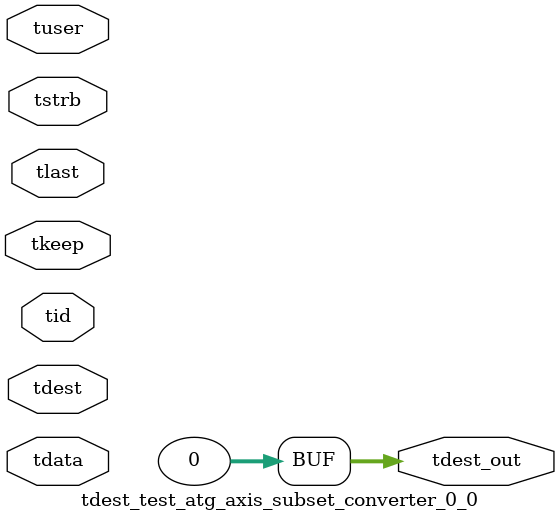
<source format=v>


`timescale 1ps/1ps

module tdest_test_atg_axis_subset_converter_0_0 #
(
parameter C_S_AXIS_TDATA_WIDTH = 32,
parameter C_S_AXIS_TUSER_WIDTH = 0,
parameter C_S_AXIS_TID_WIDTH   = 0,
parameter C_S_AXIS_TDEST_WIDTH = 0,
parameter C_M_AXIS_TDEST_WIDTH = 32
)
(
input  [(C_S_AXIS_TDATA_WIDTH == 0 ? 1 : C_S_AXIS_TDATA_WIDTH)-1:0     ] tdata,
input  [(C_S_AXIS_TUSER_WIDTH == 0 ? 1 : C_S_AXIS_TUSER_WIDTH)-1:0     ] tuser,
input  [(C_S_AXIS_TID_WIDTH   == 0 ? 1 : C_S_AXIS_TID_WIDTH)-1:0       ] tid,
input  [(C_S_AXIS_TDEST_WIDTH == 0 ? 1 : C_S_AXIS_TDEST_WIDTH)-1:0     ] tdest,
input  [(C_S_AXIS_TDATA_WIDTH/8)-1:0 ] tkeep,
input  [(C_S_AXIS_TDATA_WIDTH/8)-1:0 ] tstrb,
input                                                                    tlast,
output [C_M_AXIS_TDEST_WIDTH-1:0] tdest_out
);

assign tdest_out = {1'b0};

endmodule


</source>
